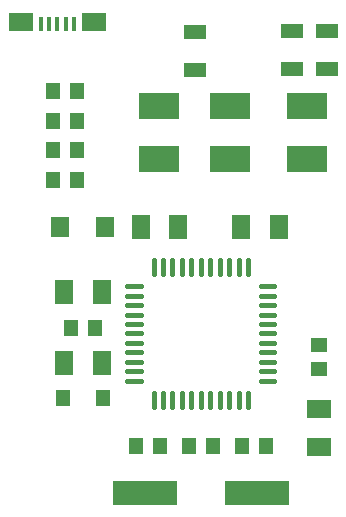
<source format=gtp>
G04 Layer: TopPasteMaskLayer*
G04 EasyEDA v6.2.46, 2019-11-01T12:43:08+01:00*
G04 778d866c1a174c42a2ea303962b88bf4,d54f43e133bf43b298e367d61d3b1b7b,10*
G04 Gerber Generator version 0.2*
G04 Scale: 100 percent, Rotated: No, Reflected: No *
G04 Dimensions in millimeters *
G04 leading zeros omitted , absolute positions ,3 integer and 3 decimal *
%FSLAX33Y33*%
%MOMM*%
G90*
G71D02*

%ADD13C,0.419989*%
%ADD15R,3.399993X2.286000*%
%ADD16R,1.160018X1.450010*%
%ADD17R,0.399999X1.199998*%
%ADD18R,2.099996X1.599997*%
%ADD19R,1.599997X1.799996*%
%ADD20R,1.999996X1.600200*%
%ADD21R,1.600200X1.999996*%
%ADD22R,1.450010X1.160018*%
%ADD23R,1.199998X1.399997*%
%ADD24R,5.499989X1.999996*%
%ADD25R,1.899996X1.199998*%

%LPD*%
G54D13*
G01X16759Y21000D02*
G01X17939Y21000D01*
G01X16759Y20200D02*
G01X17939Y20200D01*
G01X16759Y19401D02*
G01X17939Y19401D01*
G01X16759Y18600D02*
G01X17939Y18600D01*
G01X16759Y17801D02*
G01X17939Y17801D01*
G01X16759Y17000D02*
G01X17939Y17000D01*
G01X16759Y16200D02*
G01X17939Y16200D01*
G01X16759Y15401D02*
G01X17939Y15401D01*
G01X16759Y14600D02*
G01X17939Y14600D01*
G01X16759Y13801D02*
G01X17939Y13801D01*
G01X16759Y13000D02*
G01X17939Y13000D01*
G01X18999Y11940D02*
G01X18999Y10760D01*
G01X19799Y11940D02*
G01X19799Y10760D01*
G01X20599Y11940D02*
G01X20599Y10760D01*
G01X21399Y11940D02*
G01X21399Y10760D01*
G01X22199Y11940D02*
G01X22199Y10760D01*
G01X22999Y11940D02*
G01X22999Y10760D01*
G01X23799Y11940D02*
G01X23799Y10760D01*
G01X24599Y11940D02*
G01X24599Y10760D01*
G01X25399Y11940D02*
G01X25399Y10760D01*
G01X26199Y11940D02*
G01X26199Y10760D01*
G01X26999Y11940D02*
G01X26999Y10760D01*
G01X28059Y13000D02*
G01X29239Y13000D01*
G01X28059Y13801D02*
G01X29239Y13801D01*
G01X28059Y14600D02*
G01X29239Y14600D01*
G01X28059Y15401D02*
G01X29239Y15401D01*
G01X28059Y16200D02*
G01X29239Y16200D01*
G01X28059Y17000D02*
G01X29239Y17000D01*
G01X28059Y17801D02*
G01X29239Y17801D01*
G01X28059Y18600D02*
G01X29239Y18600D01*
G01X28059Y19401D02*
G01X29239Y19401D01*
G01X28059Y20200D02*
G01X29239Y20200D01*
G01X28059Y21000D02*
G01X29239Y21000D01*
G01X26999Y23240D02*
G01X26999Y22060D01*
G01X26199Y23240D02*
G01X26199Y22060D01*
G01X25399Y23240D02*
G01X25399Y22060D01*
G01X24599Y23240D02*
G01X24599Y22060D01*
G01X23799Y23240D02*
G01X23799Y22060D01*
G01X22999Y23240D02*
G01X22999Y22060D01*
G01X22199Y23240D02*
G01X22199Y22060D01*
G01X21399Y23240D02*
G01X21399Y22060D01*
G01X20599Y23240D02*
G01X20599Y22060D01*
G01X19799Y23240D02*
G01X19799Y22060D01*
G01X18999Y23240D02*
G01X18999Y22060D01*
G54D15*
G01X25499Y31765D03*
G01X25499Y36236D03*
G01X19499Y31765D03*
G01X19499Y36236D03*
G54D16*
G01X26483Y7500D03*
G01X28515Y7500D03*
G01X17483Y7500D03*
G01X19515Y7500D03*
G01X14015Y17500D03*
G01X11983Y17500D03*
G01X10483Y37500D03*
G01X12515Y37500D03*
G01X10467Y35000D03*
G01X12499Y35000D03*
G54D17*
G01X12249Y43200D03*
G01X11549Y43200D03*
G01X10849Y43200D03*
G01X10149Y43200D03*
G01X9449Y43200D03*
G54D18*
G01X13949Y43400D03*
G01X7749Y43400D03*
G54D19*
G01X11099Y26000D03*
G01X14899Y26000D03*
G54D20*
G01X32999Y7401D03*
G01X32999Y10600D03*
G54D21*
G01X26399Y26000D03*
G01X29599Y26000D03*
G01X21099Y26000D03*
G01X17899Y26000D03*
G54D22*
G01X32999Y13984D03*
G01X32999Y16016D03*
G54D21*
G01X11399Y14500D03*
G01X14599Y14500D03*
G01X11399Y20500D03*
G01X14599Y20500D03*
G54D23*
G01X11299Y11500D03*
G01X14699Y11500D03*
G54D24*
G01X27749Y3500D03*
G01X18249Y3500D03*
G54D16*
G01X24015Y7500D03*
G01X21983Y7500D03*
G54D15*
G01X31999Y31765D03*
G01X31999Y36236D03*
G54D16*
G01X12499Y32500D03*
G01X10467Y32500D03*
G01X12515Y30000D03*
G01X10483Y30000D03*
G54D25*
G01X33662Y42615D03*
G01X33662Y39415D03*
G01X22486Y42488D03*
G01X22486Y39288D03*
G01X30741Y42615D03*
G01X30741Y39415D03*
M00*
M02*

</source>
